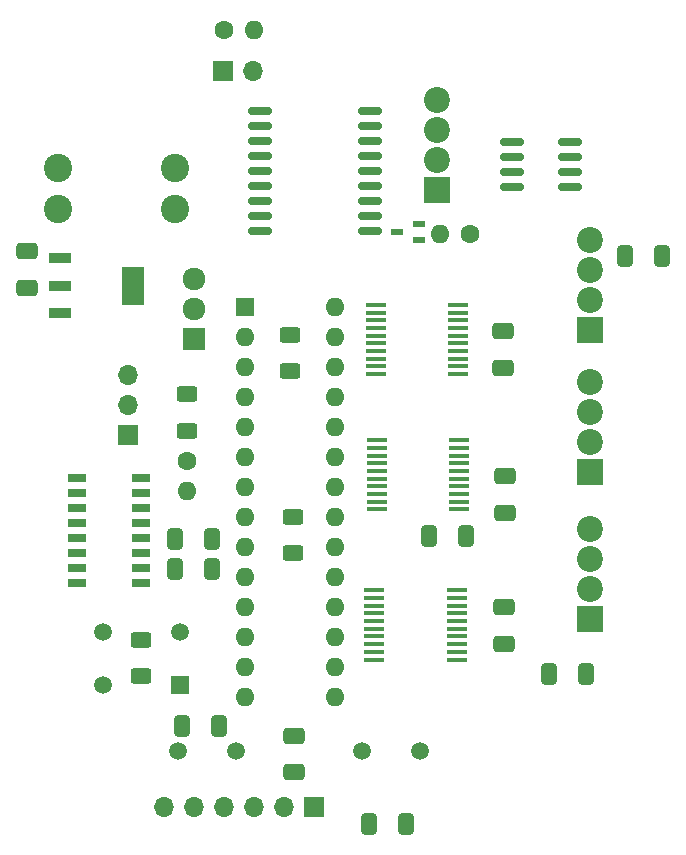
<source format=gbr>
%TF.GenerationSoftware,KiCad,Pcbnew,8.0.1-rc1*%
%TF.CreationDate,2024-11-21T18:28:05-08:00*%
%TF.ProjectId,AMS - CANBus Sensor - Temperature - RTD,414d5320-2d20-4434-914e-427573205365,rev?*%
%TF.SameCoordinates,Original*%
%TF.FileFunction,Soldermask,Bot*%
%TF.FilePolarity,Negative*%
%FSLAX46Y46*%
G04 Gerber Fmt 4.6, Leading zero omitted, Abs format (unit mm)*
G04 Created by KiCad (PCBNEW 8.0.1-rc1) date 2024-11-21 18:28:05*
%MOMM*%
%LPD*%
G01*
G04 APERTURE LIST*
G04 Aperture macros list*
%AMRoundRect*
0 Rectangle with rounded corners*
0 $1 Rounding radius*
0 $2 $3 $4 $5 $6 $7 $8 $9 X,Y pos of 4 corners*
0 Add a 4 corners polygon primitive as box body*
4,1,4,$2,$3,$4,$5,$6,$7,$8,$9,$2,$3,0*
0 Add four circle primitives for the rounded corners*
1,1,$1+$1,$2,$3*
1,1,$1+$1,$4,$5*
1,1,$1+$1,$6,$7*
1,1,$1+$1,$8,$9*
0 Add four rect primitives between the rounded corners*
20,1,$1+$1,$2,$3,$4,$5,0*
20,1,$1+$1,$4,$5,$6,$7,0*
20,1,$1+$1,$6,$7,$8,$9,0*
20,1,$1+$1,$8,$9,$2,$3,0*%
G04 Aperture macros list end*
%ADD10RoundRect,0.250000X-0.412500X-0.650000X0.412500X-0.650000X0.412500X0.650000X-0.412500X0.650000X0*%
%ADD11C,2.400000*%
%ADD12R,1.500000X1.500000*%
%ADD13C,1.500000*%
%ADD14R,1.920000X1.920000*%
%ADD15C,1.920000*%
%ADD16R,1.850000X0.900000*%
%ADD17R,1.850000X3.200000*%
%ADD18R,1.525000X0.650000*%
%ADD19R,1.000000X0.550000*%
%ADD20C,1.600000*%
%ADD21O,1.600000X1.600000*%
%ADD22R,2.200000X2.200000*%
%ADD23C,2.200000*%
%ADD24R,1.700000X1.700000*%
%ADD25O,1.700000X1.700000*%
%ADD26R,1.600000X1.600000*%
%ADD27RoundRect,0.250000X0.650000X-0.412500X0.650000X0.412500X-0.650000X0.412500X-0.650000X-0.412500X0*%
%ADD28RoundRect,0.250000X-0.650000X0.412500X-0.650000X-0.412500X0.650000X-0.412500X0.650000X0.412500X0*%
%ADD29RoundRect,0.150000X0.825000X0.150000X-0.825000X0.150000X-0.825000X-0.150000X0.825000X-0.150000X0*%
%ADD30R,1.705000X0.450000*%
%ADD31RoundRect,0.250000X-0.625000X0.400000X-0.625000X-0.400000X0.625000X-0.400000X0.625000X0.400000X0*%
%ADD32RoundRect,0.250000X0.412500X0.650000X-0.412500X0.650000X-0.412500X-0.650000X0.412500X-0.650000X0*%
%ADD33RoundRect,0.150000X0.875000X0.150000X-0.875000X0.150000X-0.875000X-0.150000X0.875000X-0.150000X0*%
%ADD34RoundRect,0.250000X0.625000X-0.400000X0.625000X0.400000X-0.625000X0.400000X-0.625000X-0.400000X0*%
G04 APERTURE END LIST*
D10*
%TO.C,C10*%
X176219551Y-77425242D03*
X173094551Y-77425242D03*
%TD*%
D11*
%TO.C,U5*%
X134999500Y-70018000D03*
X134999500Y-73418000D03*
X125079500Y-70018000D03*
X125079500Y-73418000D03*
%TD*%
D12*
%TO.C,Reset1*%
X135385300Y-113752500D03*
D13*
X128885300Y-113752500D03*
X135385300Y-109252500D03*
X128885300Y-109252500D03*
%TD*%
D14*
%TO.C,Q1*%
X136586000Y-84423600D03*
D15*
X136586000Y-81883600D03*
X136586000Y-79343600D03*
%TD*%
D16*
%TO.C,IC5*%
X125227300Y-82238500D03*
X125227300Y-79938500D03*
X125227300Y-77638500D03*
D17*
X131427300Y-79938500D03*
%TD*%
D18*
%TO.C,IC4*%
X126702000Y-105163600D03*
X126702000Y-103893600D03*
X126702000Y-102623600D03*
X126702000Y-101353600D03*
X126702000Y-100083600D03*
X126702000Y-98813600D03*
X126702000Y-97543600D03*
X126702000Y-96273600D03*
X132126000Y-96273600D03*
X132126000Y-97543600D03*
X132126000Y-98813600D03*
X132126000Y-100083600D03*
X132126000Y-101353600D03*
X132126000Y-102623600D03*
X132126000Y-103893600D03*
X132126000Y-105163600D03*
%TD*%
D19*
%TO.C,D1*%
X155655900Y-74744100D03*
X155655900Y-76044100D03*
X153755900Y-75394100D03*
%TD*%
D20*
%TO.C,R7*%
X139116100Y-58260700D03*
D21*
X141656100Y-58260700D03*
%TD*%
D22*
%TO.C,J1*%
X157148000Y-71872800D03*
D23*
X157148000Y-69332800D03*
X157148000Y-66792800D03*
X157148000Y-64252800D03*
%TD*%
D20*
%TO.C,NTC1*%
X135965600Y-94809500D03*
D21*
X135965600Y-97349500D03*
%TD*%
D24*
%TO.C,J3*%
X146767300Y-124094700D03*
D25*
X144227300Y-124094700D03*
X141687300Y-124094700D03*
X139147300Y-124094700D03*
X136607300Y-124094700D03*
X134067300Y-124094700D03*
%TD*%
D22*
%TO.C,J15*%
X170096300Y-95754700D03*
D23*
X170096300Y-93214700D03*
X170096300Y-90674700D03*
X170096300Y-88134700D03*
%TD*%
D20*
%TO.C,R6*%
X159962900Y-75582300D03*
D21*
X157422900Y-75582300D03*
%TD*%
D22*
%TO.C,J14*%
X170140100Y-83727200D03*
D23*
X170140100Y-81187200D03*
X170140100Y-78647200D03*
X170140100Y-76107200D03*
%TD*%
D22*
%TO.C,J16*%
X170157100Y-108131600D03*
D23*
X170157100Y-105591600D03*
X170157100Y-103051600D03*
X170157100Y-100511600D03*
%TD*%
D24*
%TO.C,Powerboard1*%
X130976300Y-92602600D03*
D25*
X130976300Y-90062600D03*
X130976300Y-87522600D03*
%TD*%
D26*
%TO.C,U2*%
X140929500Y-81761800D03*
D21*
X140929500Y-84301800D03*
X140929500Y-86841800D03*
X140929500Y-89381800D03*
X140929500Y-91921800D03*
X140929500Y-94461800D03*
X140929500Y-97001800D03*
X140929500Y-99541800D03*
X140929500Y-102081800D03*
X140929500Y-104621800D03*
X140929500Y-107161800D03*
X140929500Y-109701800D03*
X140929500Y-112241800D03*
X140929500Y-114781800D03*
X148549500Y-114781800D03*
X148549500Y-112241800D03*
X148549500Y-109701800D03*
X148549500Y-107161800D03*
X148549500Y-104621800D03*
X148549500Y-102081800D03*
X148549500Y-99541800D03*
X148549500Y-97001800D03*
X148549500Y-94461800D03*
X148549500Y-91921800D03*
X148549500Y-89381800D03*
X148549500Y-86841800D03*
X148549500Y-84301800D03*
X148549500Y-81761800D03*
%TD*%
D24*
%TO.C,J5*%
X139049600Y-61738500D03*
D25*
X141589600Y-61738500D03*
%TD*%
D13*
%TO.C,Y2*%
X155712100Y-119374400D03*
X150832100Y-119374400D03*
%TD*%
%TO.C,Y1*%
X135241300Y-119345300D03*
X140121300Y-119345300D03*
%TD*%
D27*
%TO.C,C17*%
X122452500Y-80108100D03*
X122452500Y-76983100D03*
%TD*%
D28*
%TO.C,C2*%
X145046300Y-118038200D03*
X145046300Y-121163200D03*
%TD*%
D29*
%TO.C,U4*%
X168429800Y-67769000D03*
X168429800Y-69039000D03*
X168429800Y-70309000D03*
X168429800Y-71579000D03*
X163479800Y-71579000D03*
X163479800Y-70309000D03*
X163479800Y-69039000D03*
X163479800Y-67769000D03*
%TD*%
D30*
%TO.C,IC2*%
X159052800Y-93041700D03*
X159052800Y-93691700D03*
X159052800Y-94341700D03*
X159052800Y-94991700D03*
X159052800Y-95641700D03*
X159052800Y-96291700D03*
X159052800Y-96941700D03*
X159052800Y-97591700D03*
X159052800Y-98241700D03*
X159052800Y-98891700D03*
X152056800Y-98891700D03*
X152056800Y-98241700D03*
X152056800Y-97591700D03*
X152056800Y-96941700D03*
X152056800Y-96291700D03*
X152056800Y-95641700D03*
X152056800Y-94991700D03*
X152056800Y-94341700D03*
X152056800Y-93691700D03*
X152056800Y-93041700D03*
%TD*%
D31*
%TO.C,R4*%
X132096400Y-109912300D03*
X132096400Y-113012300D03*
%TD*%
D27*
%TO.C,C9*%
X162729800Y-86897200D03*
X162729800Y-83772200D03*
%TD*%
D32*
%TO.C,C4*%
X154543600Y-125526100D03*
X151418600Y-125526100D03*
%TD*%
D33*
%TO.C,U3*%
X151455100Y-65127000D03*
X151455100Y-66397000D03*
X151455100Y-67667000D03*
X151455100Y-68937000D03*
X151455100Y-70207000D03*
X151455100Y-71477000D03*
X151455100Y-72747000D03*
X151455100Y-74017000D03*
X151455100Y-75287000D03*
X142155100Y-75287000D03*
X142155100Y-74017000D03*
X142155100Y-72747000D03*
X142155100Y-71477000D03*
X142155100Y-70207000D03*
X142155100Y-68937000D03*
X142155100Y-67667000D03*
X142155100Y-66397000D03*
X142155100Y-65127000D03*
%TD*%
D34*
%TO.C,R5*%
X144703000Y-87196800D03*
X144703000Y-84096800D03*
%TD*%
D31*
%TO.C,R3*%
X135973000Y-89148700D03*
X135973000Y-92248700D03*
%TD*%
D30*
%TO.C,IC3*%
X158862000Y-105750800D03*
X158862000Y-106400800D03*
X158862000Y-107050800D03*
X158862000Y-107700800D03*
X158862000Y-108350800D03*
X158862000Y-109000800D03*
X158862000Y-109650800D03*
X158862000Y-110300800D03*
X158862000Y-110950800D03*
X158862000Y-111600800D03*
X151866000Y-111600800D03*
X151866000Y-110950800D03*
X151866000Y-110300800D03*
X151866000Y-109650800D03*
X151866000Y-109000800D03*
X151866000Y-108350800D03*
X151866000Y-107700800D03*
X151866000Y-107050800D03*
X151866000Y-106400800D03*
X151866000Y-105750800D03*
%TD*%
D32*
%TO.C,C1*%
X138717100Y-117199700D03*
X135592100Y-117199700D03*
%TD*%
D31*
%TO.C,R2*%
X144995600Y-99509000D03*
X144995600Y-102609000D03*
%TD*%
D30*
%TO.C,IC1*%
X158961000Y-81591200D03*
X158961000Y-82241200D03*
X158961000Y-82891200D03*
X158961000Y-83541200D03*
X158961000Y-84191200D03*
X158961000Y-84841200D03*
X158961000Y-85491200D03*
X158961000Y-86141200D03*
X158961000Y-86791200D03*
X158961000Y-87441200D03*
X151965000Y-87441200D03*
X151965000Y-86791200D03*
X151965000Y-86141200D03*
X151965000Y-85491200D03*
X151965000Y-84841200D03*
X151965000Y-84191200D03*
X151965000Y-83541200D03*
X151965000Y-82891200D03*
X151965000Y-82241200D03*
X151965000Y-81591200D03*
%TD*%
D28*
%TO.C,C12*%
X162889700Y-96066100D03*
X162889700Y-99191100D03*
%TD*%
D32*
%TO.C,C7*%
X138126100Y-103901500D03*
X135001100Y-103901500D03*
%TD*%
D10*
%TO.C,C13*%
X156521000Y-101175400D03*
X159646000Y-101175400D03*
%TD*%
D32*
%TO.C,C6*%
X138122400Y-101431600D03*
X134997400Y-101431600D03*
%TD*%
D28*
%TO.C,C14*%
X162869100Y-107189900D03*
X162869100Y-110314900D03*
%TD*%
D32*
%TO.C,C16*%
X169811100Y-112819400D03*
X166686100Y-112819400D03*
%TD*%
M02*

</source>
